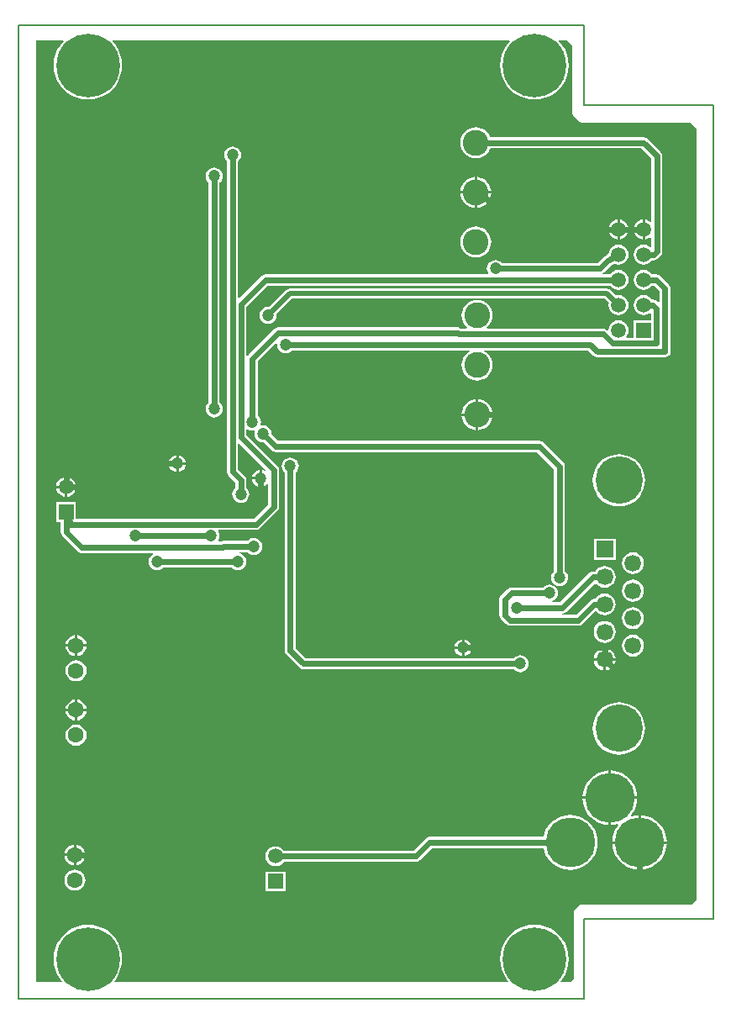
<source format=gbl>
%FSAX24Y24*%
%MOIN*%
G70*
G01*
G75*
G04 Layer_Physical_Order=2*
G04 Layer_Color=16711680*
%ADD10R,0.0787X0.0512*%
%ADD11R,0.0787X0.0787*%
%ADD12R,0.0433X0.0394*%
%ADD13R,0.0630X0.0118*%
%ADD14O,0.0217X0.0630*%
%ADD15O,0.0630X0.0217*%
%ADD16R,0.1358X0.0689*%
%ADD17R,0.0433X0.0689*%
%ADD18R,0.0433X0.0689*%
%ADD19R,0.0394X0.0433*%
%ADD20R,0.0630X0.0315*%
%ADD21R,0.1181X0.0827*%
%ADD22R,0.0709X0.0630*%
%ADD23C,0.0236*%
%ADD24C,0.0217*%
%ADD25C,0.0118*%
%ADD26C,0.0080*%
%ADD27C,0.0591*%
%ADD28R,0.0591X0.0591*%
%ADD29C,0.0665*%
%ADD30R,0.0665X0.0665*%
%ADD31C,0.1874*%
%ADD32C,0.1969*%
%ADD33C,0.0630*%
%ADD34C,0.2520*%
%ADD35C,0.1024*%
%ADD36C,0.0472*%
%ADD37C,0.0197*%
G36*
X072182Y097776D02*
Y095079D01*
X072182Y095079D01*
X072182D01*
X072193Y095025D01*
X072224Y094979D01*
X072420Y094783D01*
X072466Y094752D01*
X072520Y094741D01*
X076871D01*
X077104Y094509D01*
Y063916D01*
X076910Y063723D01*
X072520D01*
X072466Y063712D01*
X072420Y063682D01*
X072263Y063525D01*
X072232Y063479D01*
X072222Y063425D01*
Y060767D01*
X072107Y060652D01*
X071727D01*
X071706Y060698D01*
X071772Y060774D01*
X071883Y060956D01*
X071965Y061154D01*
X072015Y061362D01*
X072032Y061575D01*
X072015Y061788D01*
X071965Y061996D01*
X071883Y062193D01*
X071772Y062376D01*
X071633Y062538D01*
X071470Y062677D01*
X071288Y062789D01*
X071090Y062871D01*
X070882Y062920D01*
X070669Y062937D01*
X070456Y062920D01*
X070248Y062871D01*
X070051Y062789D01*
X069868Y062677D01*
X069706Y062538D01*
X069567Y062376D01*
X069455Y062193D01*
X069374Y061996D01*
X069324Y061788D01*
X069307Y061575D01*
X069324Y061362D01*
X069374Y061154D01*
X069455Y060956D01*
X069567Y060774D01*
X069632Y060698D01*
X069611Y060652D01*
X054011D01*
X053990Y060698D01*
X054055Y060774D01*
X054167Y060956D01*
X054249Y061154D01*
X054298Y061362D01*
X054315Y061575D01*
X054298Y061788D01*
X054249Y061996D01*
X054167Y062193D01*
X054055Y062376D01*
X053916Y062538D01*
X053754Y062677D01*
X053571Y062789D01*
X053374Y062871D01*
X053166Y062920D01*
X052953Y062937D01*
X052740Y062920D01*
X052532Y062871D01*
X052334Y062789D01*
X052152Y062677D01*
X051989Y062538D01*
X051851Y062376D01*
X051739Y062193D01*
X051657Y061996D01*
X051607Y061788D01*
X051590Y061575D01*
X051607Y061362D01*
X051657Y061154D01*
X051739Y060956D01*
X051851Y060774D01*
X051916Y060698D01*
X051895Y060652D01*
X050889D01*
Y098009D01*
X051962D01*
X051983Y097964D01*
X051851Y097809D01*
X051739Y097626D01*
X051657Y097429D01*
X051607Y097221D01*
X051590Y097008D01*
X051607Y096795D01*
X051657Y096587D01*
X051739Y096389D01*
X051851Y096207D01*
X051989Y096044D01*
X052152Y095906D01*
X052334Y095794D01*
X052532Y095712D01*
X052740Y095662D01*
X052953Y095645D01*
X053166Y095662D01*
X053374Y095712D01*
X053571Y095794D01*
X053754Y095906D01*
X053916Y096044D01*
X054055Y096207D01*
X054167Y096389D01*
X054249Y096587D01*
X054298Y096795D01*
X054315Y097008D01*
X054298Y097221D01*
X054249Y097429D01*
X054167Y097626D01*
X054055Y097809D01*
X053916Y097971D01*
X053930Y098009D01*
X069678D01*
X069699Y097964D01*
X069567Y097809D01*
X069455Y097626D01*
X069374Y097429D01*
X069324Y097221D01*
X069307Y097008D01*
X069324Y096795D01*
X069374Y096587D01*
X069455Y096389D01*
X069567Y096207D01*
X069706Y096044D01*
X069868Y095906D01*
X070051Y095794D01*
X070248Y095712D01*
X070456Y095662D01*
X070669Y095645D01*
X070882Y095662D01*
X071090Y095712D01*
X071288Y095794D01*
X071470Y095906D01*
X071633Y096044D01*
X071772Y096207D01*
X071883Y096389D01*
X071965Y096587D01*
X072015Y096795D01*
X072032Y097008D01*
X072015Y097221D01*
X071965Y097429D01*
X071883Y097626D01*
X071772Y097809D01*
X071633Y097971D01*
X071647Y098009D01*
X071950D01*
X072182Y097776D01*
D02*
G37*
%LPC*%
G36*
X073885Y073399D02*
X073507D01*
Y073021D01*
X073569Y073029D01*
X073674Y073072D01*
X073764Y073141D01*
X073833Y073231D01*
X073877Y073336D01*
X073885Y073399D01*
D02*
G37*
G36*
X073407D02*
X073028D01*
X073037Y073336D01*
X073080Y073231D01*
X073149Y073141D01*
X073239Y073072D01*
X073344Y073029D01*
X073407Y073021D01*
Y073399D01*
D02*
G37*
G36*
X073507Y073877D02*
Y073499D01*
X073885D01*
X073877Y073561D01*
X073833Y073666D01*
X073764Y073756D01*
X073674Y073825D01*
X073569Y073869D01*
X073507Y073877D01*
D02*
G37*
G36*
X073407D02*
X073344Y073869D01*
X073239Y073825D01*
X073149Y073756D01*
X073080Y073666D01*
X073037Y073561D01*
X073028Y073499D01*
X073407D01*
Y073877D01*
D02*
G37*
G36*
X052530Y071855D02*
Y071495D01*
X052891D01*
X052883Y071553D01*
X052841Y071653D01*
X052775Y071740D01*
X052689Y071806D01*
X052588Y071848D01*
X052530Y071855D01*
D02*
G37*
G36*
X052430D02*
X052372Y071848D01*
X052272Y071806D01*
X052185Y071740D01*
X052119Y071653D01*
X052078Y071553D01*
X052070Y071495D01*
X052430D01*
Y071855D01*
D02*
G37*
G36*
X060980Y081448D02*
X060893Y081436D01*
X060811Y081402D01*
X060741Y081349D01*
X060688Y081279D01*
X060654Y081197D01*
X060642Y081110D01*
X060654Y081023D01*
X060688Y080941D01*
X060741Y080871D01*
X060759Y080858D01*
Y073800D01*
X060776Y073716D01*
X060824Y073644D01*
X060824Y073644D01*
X060824Y073644D01*
X061344Y073124D01*
X061344Y073124D01*
X061344D01*
X061344Y073124D01*
X061344D01*
X061344Y073124D01*
Y073124D01*
Y073124D01*
D01*
D01*
X061344D01*
Y073124D01*
X061416Y073076D01*
X061500Y073059D01*
X069858D01*
X069871Y073041D01*
X069941Y072988D01*
X070023Y072954D01*
X070110Y072942D01*
X070197Y072954D01*
X070279Y072988D01*
X070349Y073041D01*
X070402Y073111D01*
X070436Y073193D01*
X070448Y073280D01*
X070436Y073367D01*
X070402Y073449D01*
X070349Y073519D01*
X070279Y073572D01*
X070197Y073606D01*
X070110Y073618D01*
X070023Y073606D01*
X069941Y073572D01*
X069871Y073519D01*
X069858Y073501D01*
X061591D01*
X061201Y073891D01*
Y080858D01*
X061219Y080871D01*
X061272Y080941D01*
X061306Y081023D01*
X061318Y081110D01*
X061306Y081197D01*
X061272Y081279D01*
X061219Y081349D01*
X061149Y081402D01*
X061067Y081436D01*
X060980Y081448D01*
D02*
G37*
G36*
X052480Y073421D02*
X052372Y073407D01*
X052272Y073365D01*
X052185Y073299D01*
X052119Y073212D01*
X052078Y073112D01*
X052063Y073004D01*
X052078Y072896D01*
X052119Y072795D01*
X052185Y072709D01*
X052272Y072643D01*
X052372Y072601D01*
X052480Y072587D01*
X052588Y072601D01*
X052689Y072643D01*
X052775Y072709D01*
X052841Y072795D01*
X052883Y072896D01*
X052897Y073004D01*
X052883Y073112D01*
X052841Y073212D01*
X052775Y073299D01*
X052689Y073365D01*
X052588Y073407D01*
X052480Y073421D01*
D02*
G37*
G36*
X074575Y074429D02*
X074462Y074414D01*
X074357Y074371D01*
X074267Y074302D01*
X074198Y074212D01*
X074155Y074107D01*
X074140Y073994D01*
X074155Y073882D01*
X074198Y073777D01*
X074267Y073687D01*
X074357Y073618D01*
X074462Y073574D01*
X074575Y073559D01*
X074687Y073574D01*
X074792Y073618D01*
X074882Y073687D01*
X074951Y073777D01*
X074995Y073882D01*
X075010Y073994D01*
X074995Y074107D01*
X074951Y074212D01*
X074882Y074302D01*
X074792Y074371D01*
X074687Y074414D01*
X074575Y074429D01*
D02*
G37*
G36*
X067890Y074241D02*
Y073960D01*
X068171D01*
X068166Y073997D01*
X068132Y074079D01*
X068079Y074149D01*
X068009Y074202D01*
X067927Y074236D01*
X067890Y074241D01*
D02*
G37*
G36*
X067790D02*
X067753Y074236D01*
X067671Y074202D01*
X067601Y074149D01*
X067548Y074079D01*
X067514Y073997D01*
X067509Y073960D01*
X067790D01*
Y074241D01*
D02*
G37*
G36*
X052530Y074414D02*
Y074054D01*
X052891D01*
X052883Y074112D01*
X052841Y074212D01*
X052775Y074299D01*
X052689Y074365D01*
X052588Y074407D01*
X052530Y074414D01*
D02*
G37*
G36*
X052430D02*
X052372Y074407D01*
X052272Y074365D01*
X052185Y074299D01*
X052119Y074212D01*
X052078Y074112D01*
X052070Y074054D01*
X052430D01*
Y074414D01*
D02*
G37*
G36*
X068171Y073860D02*
X067890D01*
Y073579D01*
X067927Y073584D01*
X068009Y073618D01*
X068079Y073671D01*
X068132Y073741D01*
X068166Y073823D01*
X068171Y073860D01*
D02*
G37*
G36*
X067790D02*
X067509D01*
X067514Y073823D01*
X067548Y073741D01*
X067601Y073671D01*
X067671Y073618D01*
X067753Y073584D01*
X067790Y073579D01*
Y073860D01*
D02*
G37*
G36*
X052891Y073954D02*
X052530D01*
Y073594D01*
X052588Y073601D01*
X052689Y073643D01*
X052775Y073709D01*
X052841Y073795D01*
X052883Y073896D01*
X052891Y073954D01*
D02*
G37*
G36*
X052430D02*
X052070D01*
X052078Y073896D01*
X052119Y073795D01*
X052185Y073709D01*
X052272Y073643D01*
X052372Y073601D01*
X052430Y073594D01*
Y073954D01*
D02*
G37*
G36*
X052891Y071395D02*
X052530D01*
Y071035D01*
X052588Y071042D01*
X052689Y071084D01*
X052775Y071150D01*
X052841Y071236D01*
X052883Y071337D01*
X052891Y071395D01*
D02*
G37*
G36*
X052851Y065647D02*
X052491D01*
Y065286D01*
X052549Y065294D01*
X052649Y065336D01*
X052736Y065402D01*
X052802Y065488D01*
X052844Y065589D01*
X052851Y065647D01*
D02*
G37*
G36*
X052391D02*
X052031D01*
X052038Y065589D01*
X052080Y065488D01*
X052146Y065402D01*
X052232Y065336D01*
X052333Y065294D01*
X052391Y065286D01*
Y065647D01*
D02*
G37*
G36*
X052491Y066107D02*
Y065747D01*
X052851D01*
X052844Y065805D01*
X052802Y065905D01*
X052736Y065992D01*
X052649Y066058D01*
X052549Y066100D01*
X052491Y066107D01*
D02*
G37*
G36*
X052391D02*
X052333Y066100D01*
X052232Y066058D01*
X052146Y065992D01*
X052080Y065905D01*
X052038Y065805D01*
X052031Y065747D01*
X052391D01*
Y066107D01*
D02*
G37*
G36*
X052441Y065114D02*
X052333Y065100D01*
X052232Y065058D01*
X052146Y064992D01*
X052080Y064905D01*
X052038Y064805D01*
X052024Y064697D01*
X052038Y064589D01*
X052080Y064488D01*
X052146Y064402D01*
X052232Y064336D01*
X052333Y064294D01*
X052441Y064280D01*
X052549Y064294D01*
X052649Y064336D01*
X052736Y064402D01*
X052802Y064488D01*
X052844Y064589D01*
X052858Y064697D01*
X052844Y064805D01*
X052802Y064905D01*
X052736Y064992D01*
X052649Y065058D01*
X052549Y065100D01*
X052441Y065114D01*
D02*
G37*
G36*
X060787Y065039D02*
X060000D01*
Y064252D01*
X060787D01*
Y065039D01*
D02*
G37*
G36*
X075921Y066143D02*
X074889D01*
Y065111D01*
X075008Y065120D01*
X075174Y065160D01*
X075332Y065225D01*
X075477Y065314D01*
X075607Y065425D01*
X075717Y065555D01*
X075806Y065700D01*
X075871Y065857D01*
X075911Y066023D01*
X075921Y066143D01*
D02*
G37*
G36*
X074789D02*
X073757D01*
X073766Y066023D01*
X073806Y065857D01*
X073871Y065700D01*
X073960Y065555D01*
X074071Y065425D01*
X074200Y065314D01*
X074346Y065225D01*
X074503Y065160D01*
X074669Y065120D01*
X074789Y065111D01*
Y066143D01*
D02*
G37*
G36*
X072083Y067279D02*
X071913Y067266D01*
X071747Y067226D01*
X071590Y067161D01*
X071444Y067072D01*
X071315Y066961D01*
X071204Y066831D01*
X071115Y066686D01*
X071050Y066529D01*
X071022Y066414D01*
X066507D01*
X066423Y066397D01*
X066351Y066349D01*
X065869Y065866D01*
X060721D01*
X060674Y065926D01*
X060592Y065990D01*
X060496Y066029D01*
X060394Y066043D01*
X060291Y066029D01*
X060195Y065990D01*
X060113Y065926D01*
X060050Y065844D01*
X060010Y065748D01*
X059997Y065646D01*
X060010Y065543D01*
X060050Y065447D01*
X060113Y065365D01*
X060195Y065302D01*
X060291Y065262D01*
X060394Y065249D01*
X060496Y065262D01*
X060592Y065302D01*
X060674Y065365D01*
X060721Y065425D01*
X065960D01*
X066044Y065442D01*
X066116Y065490D01*
X066116Y065490D01*
X066116Y065490D01*
X066599Y065972D01*
X071022D01*
X071050Y065857D01*
X071115Y065700D01*
X071204Y065555D01*
X071315Y065425D01*
X071444Y065314D01*
X071590Y065225D01*
X071747Y065160D01*
X071913Y065120D01*
X072083Y065107D01*
X072253Y065120D01*
X072418Y065160D01*
X072576Y065225D01*
X072721Y065314D01*
X072851Y065425D01*
X072961Y065555D01*
X073050Y065700D01*
X073116Y065857D01*
X073155Y066023D01*
X073169Y066193D01*
X073155Y066363D01*
X073116Y066529D01*
X073050Y066686D01*
X072961Y066831D01*
X072851Y066961D01*
X072721Y067072D01*
X072576Y067161D01*
X072418Y067226D01*
X072253Y067266D01*
X072083Y067279D01*
D02*
G37*
G36*
X074016Y071749D02*
X073853Y071736D01*
X073695Y071698D01*
X073544Y071636D01*
X073405Y071551D01*
X073281Y071445D01*
X073175Y071321D01*
X073090Y071182D01*
X073028Y071032D01*
X072990Y070873D01*
X072977Y070711D01*
X072990Y070548D01*
X073028Y070390D01*
X073090Y070239D01*
X073175Y070100D01*
X073281Y069976D01*
X073405Y069870D01*
X073544Y069785D01*
X073695Y069723D01*
X073853Y069685D01*
X074016Y069672D01*
X074178Y069685D01*
X074337Y069723D01*
X074487Y069785D01*
X074626Y069870D01*
X074750Y069976D01*
X074856Y070100D01*
X074941Y070239D01*
X075004Y070390D01*
X075042Y070548D01*
X075054Y070711D01*
X075042Y070873D01*
X075004Y071032D01*
X074941Y071182D01*
X074856Y071321D01*
X074750Y071445D01*
X074626Y071551D01*
X074487Y071636D01*
X074337Y071698D01*
X074178Y071736D01*
X074016Y071749D01*
D02*
G37*
G36*
X073707Y069047D02*
Y068015D01*
X074740D01*
X074730Y068134D01*
X074690Y068300D01*
X074625Y068458D01*
X074536Y068603D01*
X074425Y068733D01*
X074296Y068843D01*
X074151Y068932D01*
X073993Y068997D01*
X073827Y069037D01*
X073707Y069047D01*
D02*
G37*
G36*
X052430Y071395D02*
X052070D01*
X052078Y071337D01*
X052119Y071236D01*
X052185Y071150D01*
X052272Y071084D01*
X052372Y071042D01*
X052430Y071035D01*
Y071395D01*
D02*
G37*
G36*
X052480Y070862D02*
X052372Y070848D01*
X052272Y070806D01*
X052185Y070740D01*
X052119Y070653D01*
X052078Y070553D01*
X052063Y070445D01*
X052078Y070337D01*
X052119Y070236D01*
X052185Y070150D01*
X052272Y070084D01*
X052372Y070042D01*
X052480Y070028D01*
X052588Y070042D01*
X052689Y070084D01*
X052775Y070150D01*
X052841Y070236D01*
X052883Y070337D01*
X052897Y070445D01*
X052883Y070553D01*
X052841Y070653D01*
X052775Y070740D01*
X052689Y070806D01*
X052588Y070848D01*
X052480Y070862D01*
D02*
G37*
G36*
X074889Y067275D02*
Y066243D01*
X075921D01*
X075911Y066363D01*
X075871Y066529D01*
X075806Y066686D01*
X075717Y066831D01*
X075607Y066961D01*
X075477Y067072D01*
X075332Y067161D01*
X075174Y067226D01*
X075008Y067266D01*
X074889Y067275D01*
D02*
G37*
G36*
X074740Y067915D02*
X073707D01*
Y066882D01*
X073827Y066892D01*
X073981Y066929D01*
X074007Y066886D01*
X073960Y066831D01*
X073871Y066686D01*
X073806Y066529D01*
X073766Y066363D01*
X073757Y066243D01*
X074789D01*
Y067275D01*
X074669Y067266D01*
X074515Y067229D01*
X074489Y067271D01*
X074536Y067326D01*
X074625Y067472D01*
X074690Y067629D01*
X074730Y067795D01*
X074740Y067915D01*
D02*
G37*
G36*
X073608Y069047D02*
X073488Y069037D01*
X073322Y068997D01*
X073164Y068932D01*
X073019Y068843D01*
X072890Y068733D01*
X072779Y068603D01*
X072690Y068458D01*
X072625Y068300D01*
X072585Y068134D01*
X072575Y068015D01*
X073608D01*
Y069047D01*
D02*
G37*
G36*
Y067915D02*
X072575D01*
X072585Y067795D01*
X072625Y067629D01*
X072690Y067472D01*
X072779Y067326D01*
X072890Y067197D01*
X073019Y067086D01*
X073164Y066997D01*
X073322Y066932D01*
X073488Y066892D01*
X073608Y066882D01*
Y067915D01*
D02*
G37*
G36*
X073457Y074974D02*
X073344Y074959D01*
X073239Y074916D01*
X073149Y074847D01*
X073080Y074757D01*
X073037Y074652D01*
X073022Y074539D01*
X073037Y074427D01*
X073080Y074322D01*
X073149Y074232D01*
X073239Y074163D01*
X073344Y074119D01*
X073457Y074105D01*
X073569Y074119D01*
X073674Y074163D01*
X073764Y074232D01*
X073833Y074322D01*
X073877Y074427D01*
X073892Y074539D01*
X073877Y074652D01*
X073833Y074757D01*
X073764Y074847D01*
X073674Y074916D01*
X073569Y074959D01*
X073457Y074974D01*
D02*
G37*
G36*
X068346Y090613D02*
X068227Y090601D01*
X068112Y090567D01*
X068006Y090510D01*
X067913Y090434D01*
X067837Y090341D01*
X067780Y090235D01*
X067745Y090120D01*
X067733Y090000D01*
X067745Y089880D01*
X067780Y089765D01*
X067837Y089659D01*
X067913Y089566D01*
X068006Y089490D01*
X068112Y089433D01*
X068227Y089399D01*
X068346Y089387D01*
X068466Y089399D01*
X068581Y089433D01*
X068687Y089490D01*
X068780Y089566D01*
X068856Y089659D01*
X068913Y089765D01*
X068948Y089880D01*
X068960Y090000D01*
X068948Y090120D01*
X068913Y090235D01*
X068856Y090341D01*
X068780Y090434D01*
X068687Y090510D01*
X068581Y090567D01*
X068466Y090601D01*
X068346Y090613D01*
D02*
G37*
G36*
X058690Y093788D02*
X058603Y093776D01*
X058521Y093742D01*
X058451Y093689D01*
X058398Y093619D01*
X058364Y093537D01*
X058352Y093450D01*
X058364Y093363D01*
X058398Y093281D01*
X058451Y093211D01*
X058469Y093198D01*
Y080890D01*
X058486Y080806D01*
X058534Y080734D01*
X058799Y080469D01*
Y080252D01*
X058781Y080239D01*
X058728Y080169D01*
X058694Y080087D01*
X058682Y080000D01*
X058694Y079913D01*
X058728Y079831D01*
X058781Y079761D01*
X058851Y079708D01*
X058933Y079674D01*
X059020Y079662D01*
X059107Y079674D01*
X059189Y079708D01*
X059259Y079761D01*
X059312Y079831D01*
X059346Y079913D01*
X059358Y080000D01*
X059346Y080087D01*
X059312Y080169D01*
X059259Y080239D01*
X059241Y080252D01*
Y080560D01*
X059224Y080644D01*
X059176Y080716D01*
X058911Y080981D01*
Y081986D01*
X058957Y082005D01*
X059995Y080968D01*
X059967Y080926D01*
X059895Y080956D01*
X059857Y080961D01*
Y080630D01*
Y080299D01*
X059895Y080304D01*
X059976Y080338D01*
X060046Y080391D01*
X060052Y080399D01*
X060099Y080383D01*
Y079591D01*
X059531Y079024D01*
X052480D01*
Y079685D01*
X051693D01*
Y078898D01*
X051866D01*
Y078500D01*
X051883Y078416D01*
X051931Y078344D01*
X051931Y078344D01*
X051931Y078344D01*
X052535Y077739D01*
X052607Y077691D01*
X052692Y077674D01*
X055519D01*
X055528Y077625D01*
X055521Y077622D01*
X055451Y077569D01*
X055398Y077499D01*
X055364Y077417D01*
X055352Y077330D01*
X055364Y077243D01*
X055398Y077161D01*
X055451Y077091D01*
X055521Y077038D01*
X055603Y077004D01*
X055690Y076992D01*
X055777Y077004D01*
X055859Y077038D01*
X055929Y077091D01*
X055942Y077109D01*
X058645D01*
X058659Y077091D01*
X058729Y077038D01*
X058810Y077004D01*
X058898Y076992D01*
X058985Y077004D01*
X059066Y077038D01*
X059136Y077091D01*
X059190Y077161D01*
X059224Y077243D01*
X059235Y077330D01*
X059224Y077417D01*
X059190Y077499D01*
X059136Y077569D01*
X059066Y077622D01*
X058985Y077656D01*
X058960Y077659D01*
X058963Y077709D01*
X059275D01*
X059289Y077691D01*
X059359Y077638D01*
X059440Y077604D01*
X059528Y077592D01*
X059615Y077604D01*
X059696Y077638D01*
X059766Y077691D01*
X059820Y077761D01*
X059854Y077843D01*
X059865Y077930D01*
X059854Y078017D01*
X059820Y078099D01*
X059766Y078169D01*
X059696Y078222D01*
X059615Y078256D01*
X059528Y078268D01*
X059440Y078256D01*
X059359Y078222D01*
X059289Y078169D01*
X059275Y078151D01*
X058328D01*
X058243Y078134D01*
X058216Y078116D01*
X058139D01*
X058117Y078161D01*
X058132Y078181D01*
X058166Y078263D01*
X058178Y078350D01*
X058166Y078437D01*
X058132Y078519D01*
X058118Y078537D01*
X058140Y078582D01*
X059623D01*
X059707Y078599D01*
X059779Y078647D01*
X059779Y078647D01*
X059779Y078647D01*
X060476Y079344D01*
X060476Y079344D01*
X060476Y079344D01*
X060524Y079416D01*
X060541Y079500D01*
Y080955D01*
X060524Y081039D01*
X060476Y081111D01*
X059248Y082339D01*
Y082560D01*
X059293Y082582D01*
X059311Y082568D01*
X059393Y082534D01*
X059480Y082522D01*
X059550Y082532D01*
X059580Y082492D01*
X059574Y082477D01*
X059562Y082390D01*
X059574Y082303D01*
X059608Y082221D01*
X059661Y082151D01*
X059731Y082098D01*
X059813Y082064D01*
X059900Y082052D01*
X059922Y082055D01*
X060244Y081734D01*
X060316Y081686D01*
X060400Y081669D01*
X070775D01*
X071439Y081004D01*
Y076952D01*
X071421Y076939D01*
X071368Y076869D01*
X071334Y076787D01*
X071322Y076700D01*
X071334Y076613D01*
X071368Y076531D01*
X071421Y076461D01*
X071491Y076408D01*
X071573Y076374D01*
X071660Y076362D01*
X071747Y076374D01*
X071829Y076408D01*
X071899Y076461D01*
X071952Y076531D01*
X071986Y076613D01*
X071998Y076700D01*
X071986Y076787D01*
X071952Y076869D01*
X071899Y076939D01*
X071881Y076952D01*
Y081096D01*
X071864Y081180D01*
X071816Y081252D01*
X071022Y082046D01*
X070951Y082094D01*
X070866Y082111D01*
X060492D01*
X060235Y082368D01*
X060238Y082390D01*
X060226Y082477D01*
X060192Y082559D01*
X060139Y082629D01*
X060069Y082682D01*
X059987Y082716D01*
X059900Y082728D01*
X059830Y082718D01*
X059800Y082758D01*
X059806Y082773D01*
X059818Y082860D01*
X059806Y082947D01*
X059772Y083029D01*
X059719Y083099D01*
X059701Y083112D01*
Y085279D01*
X060410Y085987D01*
X060455Y085965D01*
X060450Y085930D01*
X060461Y085843D01*
X060495Y085761D01*
X060549Y085691D01*
X060619Y085638D01*
X060700Y085604D01*
X060787Y085592D01*
X060875Y085604D01*
X060956Y085638D01*
X061026Y085691D01*
X061040Y085709D01*
X068094D01*
X068106Y085661D01*
X068045Y085628D01*
X067952Y085552D01*
X067876Y085459D01*
X067819Y085353D01*
X067784Y085238D01*
X067773Y085118D01*
X067784Y084998D01*
X067819Y084883D01*
X067876Y084777D01*
X067952Y084685D01*
X068045Y084608D01*
X068151Y084552D01*
X068266Y084517D01*
X068386Y084505D01*
X068505Y084517D01*
X068621Y084552D01*
X068727Y084608D01*
X068819Y084685D01*
X068896Y084777D01*
X068952Y084883D01*
X068987Y084998D01*
X068999Y085118D01*
X068987Y085238D01*
X068952Y085353D01*
X068896Y085459D01*
X068819Y085552D01*
X068727Y085628D01*
X068621Y085685D01*
X068624Y085709D01*
X072782D01*
X072997Y085493D01*
X072997Y085493D01*
X072997D01*
X072997Y085493D01*
X072997D01*
X072997Y085493D01*
Y085493D01*
Y085493D01*
D01*
D01*
X072997D01*
Y085493D01*
X073069Y085446D01*
X073154Y085429D01*
X075847D01*
X075931Y085446D01*
X076003Y085493D01*
X076050Y085565D01*
X076067Y085650D01*
X076067Y085650D01*
X076067Y085650D01*
Y085650D01*
Y088150D01*
X076050Y088234D01*
X076003Y088306D01*
X075656Y088652D01*
X075584Y088700D01*
X075500Y088717D01*
X075327D01*
X075281Y088777D01*
X075199Y088840D01*
X075103Y088880D01*
X075000Y088893D01*
X074897Y088880D01*
X074801Y088840D01*
X074719Y088777D01*
X074656Y088695D01*
X074616Y088599D01*
X074603Y088496D01*
X074616Y088393D01*
X074656Y088298D01*
X074719Y088215D01*
X074801Y088152D01*
X074897Y088112D01*
X075000Y088099D01*
X075103Y088112D01*
X075199Y088152D01*
X075281Y088215D01*
X075327Y088275D01*
X075409D01*
X075626Y088058D01*
Y087623D01*
X075580Y087604D01*
X075531Y087652D01*
X075459Y087700D01*
X075375Y087717D01*
X075327D01*
X075281Y087777D01*
X075199Y087840D01*
X075103Y087880D01*
X075000Y087893D01*
X074897Y087880D01*
X074801Y087840D01*
X074719Y087777D01*
X074656Y087695D01*
X074616Y087599D01*
X074603Y087496D01*
X074616Y087393D01*
X074656Y087298D01*
X074719Y087215D01*
X074801Y087152D01*
X074897Y087112D01*
X075000Y087099D01*
X075103Y087112D01*
X075199Y087152D01*
X075246Y087189D01*
X075291Y087167D01*
Y086890D01*
X074606D01*
Y086205D01*
X074329D01*
X074307Y086250D01*
X074344Y086298D01*
X074384Y086393D01*
X074397Y086496D01*
X074384Y086599D01*
X074344Y086695D01*
X074281Y086777D01*
X074199Y086840D01*
X074103Y086880D01*
X074000Y086893D01*
X073897Y086880D01*
X073801Y086840D01*
X073719Y086777D01*
X073656Y086695D01*
X073616Y086599D01*
X073604Y086506D01*
X073557Y086490D01*
X073540Y086506D01*
X073469Y086554D01*
X073384Y086571D01*
X068793D01*
X068777Y086618D01*
X068819Y086653D01*
X068896Y086746D01*
X068952Y086852D01*
X068987Y086967D01*
X068999Y087087D01*
X068987Y087206D01*
X068952Y087321D01*
X068896Y087427D01*
X068819Y087520D01*
X068727Y087596D01*
X068621Y087653D01*
X068505Y087688D01*
X068386Y087700D01*
X068266Y087688D01*
X068151Y087653D01*
X068045Y087596D01*
X067952Y087520D01*
X067876Y087427D01*
X067819Y087321D01*
X067784Y087206D01*
X067773Y087087D01*
X067784Y086967D01*
X067819Y086852D01*
X067876Y086746D01*
X067952Y086653D01*
X067995Y086618D01*
X067978Y086571D01*
X067739D01*
X067704Y086594D01*
X067620Y086611D01*
X060500D01*
X060416Y086594D01*
X060344Y086546D01*
X059324Y085526D01*
X059296Y085484D01*
X059248Y085499D01*
Y087432D01*
X060091Y088275D01*
X073673D01*
X073719Y088215D01*
X073801Y088152D01*
X073897Y088112D01*
X074000Y088099D01*
X074103Y088112D01*
X074199Y088152D01*
X074281Y088215D01*
X074344Y088298D01*
X074384Y088393D01*
X074397Y088496D01*
X074384Y088599D01*
X074344Y088695D01*
X074281Y088777D01*
X074199Y088840D01*
X074103Y088880D01*
X074000Y088893D01*
X073897Y088880D01*
X073801Y088840D01*
X073719Y088777D01*
X073673Y088717D01*
X073397D01*
X073382Y088765D01*
X073426Y088794D01*
X073426Y088794D01*
X073426Y088794D01*
X073705Y089073D01*
X073826Y089142D01*
X073897Y089112D01*
X074000Y089099D01*
X074103Y089112D01*
X074199Y089152D01*
X074281Y089215D01*
X074344Y089298D01*
X074384Y089393D01*
X074397Y089496D01*
X074384Y089599D01*
X074344Y089695D01*
X074281Y089777D01*
X074199Y089840D01*
X074103Y089880D01*
X074000Y089893D01*
X073897Y089880D01*
X073801Y089840D01*
X073719Y089777D01*
X073656Y089695D01*
X073616Y089599D01*
X073607Y089525D01*
X073460Y089442D01*
X073438Y089422D01*
X073414Y089406D01*
X073179Y089171D01*
X069372D01*
X069359Y089189D01*
X069289Y089242D01*
X069207Y089276D01*
X069120Y089288D01*
X069033Y089276D01*
X068951Y089242D01*
X068881Y089189D01*
X068828Y089119D01*
X068794Y089037D01*
X068782Y088950D01*
X068794Y088863D01*
X068828Y088781D01*
X068843Y088762D01*
X068821Y088717D01*
X060000D01*
X059916Y088700D01*
X059844Y088652D01*
X058957Y087765D01*
X058911Y087784D01*
Y093198D01*
X058929Y093211D01*
X058982Y093281D01*
X059016Y093363D01*
X059028Y093450D01*
X059016Y093537D01*
X058982Y093619D01*
X058929Y093689D01*
X058859Y093742D01*
X058777Y093776D01*
X058690Y093788D01*
D02*
G37*
G36*
X074391Y090446D02*
X074050D01*
Y090106D01*
X074103Y090112D01*
X074199Y090152D01*
X074281Y090215D01*
X074344Y090298D01*
X074384Y090393D01*
X074391Y090446D01*
D02*
G37*
G36*
X073950D02*
X073610D01*
X073616Y090393D01*
X073656Y090298D01*
X073719Y090215D01*
X073801Y090152D01*
X073897Y090112D01*
X073950Y090106D01*
Y090446D01*
D02*
G37*
G36*
X068336Y083758D02*
X068266Y083751D01*
X068151Y083716D01*
X068045Y083659D01*
X067952Y083583D01*
X067876Y083490D01*
X067819Y083384D01*
X067784Y083269D01*
X067778Y083200D01*
X068336D01*
Y083758D01*
D02*
G37*
G36*
X057960Y092948D02*
X057873Y092936D01*
X057791Y092903D01*
X057721Y092849D01*
X057668Y092779D01*
X057634Y092698D01*
X057622Y092610D01*
X057634Y092523D01*
X057668Y092441D01*
X057721Y092372D01*
X057739Y092358D01*
Y083632D01*
X057721Y083619D01*
X057668Y083549D01*
X057634Y083467D01*
X057622Y083380D01*
X057634Y083293D01*
X057668Y083211D01*
X057721Y083141D01*
X057791Y083088D01*
X057873Y083054D01*
X057960Y083042D01*
X058047Y083054D01*
X058129Y083088D01*
X058199Y083141D01*
X058252Y083211D01*
X058286Y083293D01*
X058298Y083380D01*
X058286Y083467D01*
X058252Y083549D01*
X058199Y083619D01*
X058181Y083632D01*
Y092358D01*
X058199Y092372D01*
X058252Y092441D01*
X058286Y092523D01*
X058298Y092610D01*
X058286Y092698D01*
X058252Y092779D01*
X058199Y092849D01*
X058129Y092903D01*
X058047Y092936D01*
X057960Y092948D01*
D02*
G37*
G36*
X073543Y088153D02*
X060963D01*
X060899Y088141D01*
X060886Y088138D01*
X060821Y088095D01*
X060144Y087418D01*
X060097Y087424D01*
X060009Y087413D01*
X059928Y087379D01*
X059858Y087325D01*
X059804Y087255D01*
X059771Y087174D01*
X059759Y087087D01*
X059771Y086999D01*
X059804Y086918D01*
X059858Y086848D01*
X059928Y086794D01*
X060009Y086761D01*
X060097Y086749D01*
X060184Y086761D01*
X060265Y086794D01*
X060335Y086848D01*
X060389Y086918D01*
X060423Y086999D01*
X060434Y087087D01*
X060428Y087134D01*
X061046Y087752D01*
X073460D01*
X073616Y087596D01*
X073603Y087496D01*
X073616Y087393D01*
X073656Y087298D01*
X073719Y087215D01*
X073801Y087152D01*
X073897Y087112D01*
X074000Y087099D01*
X074103Y087112D01*
X074199Y087152D01*
X074281Y087215D01*
X074344Y087298D01*
X074384Y087393D01*
X074397Y087496D01*
X074384Y087599D01*
X074344Y087695D01*
X074281Y087777D01*
X074199Y087840D01*
X074103Y087880D01*
X074000Y087893D01*
X073900Y087880D01*
X073685Y088095D01*
X073620Y088138D01*
X073543Y088153D01*
D02*
G37*
G36*
X068436Y083758D02*
Y083200D01*
X068994D01*
X068987Y083269D01*
X068952Y083384D01*
X068896Y083490D01*
X068819Y083583D01*
X068727Y083659D01*
X068621Y083716D01*
X068505Y083751D01*
X068436Y083758D01*
D02*
G37*
G36*
X074950Y090446D02*
X074610D01*
X074616Y090393D01*
X074656Y090298D01*
X074719Y090215D01*
X074801Y090152D01*
X074897Y090112D01*
X074950Y090106D01*
Y090446D01*
D02*
G37*
G36*
X068955Y091918D02*
X068396D01*
Y091360D01*
X068466Y091367D01*
X068581Y091402D01*
X068687Y091459D01*
X068780Y091535D01*
X068856Y091628D01*
X068913Y091734D01*
X068948Y091849D01*
X068955Y091918D01*
D02*
G37*
G36*
X068296D02*
X067738D01*
X067745Y091849D01*
X067780Y091734D01*
X067837Y091628D01*
X067913Y091535D01*
X068006Y091459D01*
X068112Y091402D01*
X068227Y091367D01*
X068296Y091360D01*
Y091918D01*
D02*
G37*
G36*
X068396Y092577D02*
Y092018D01*
X068955D01*
X068948Y092088D01*
X068913Y092203D01*
X068856Y092309D01*
X068780Y092402D01*
X068687Y092478D01*
X068581Y092535D01*
X068466Y092570D01*
X068396Y092577D01*
D02*
G37*
G36*
X068296D02*
X068227Y092570D01*
X068112Y092535D01*
X068006Y092478D01*
X067913Y092402D01*
X067837Y092309D01*
X067780Y092203D01*
X067745Y092088D01*
X067738Y092018D01*
X068296D01*
Y092577D01*
D02*
G37*
G36*
X074050Y090887D02*
Y090546D01*
X074391D01*
X074384Y090599D01*
X074344Y090695D01*
X074281Y090777D01*
X074199Y090840D01*
X074103Y090880D01*
X074050Y090887D01*
D02*
G37*
G36*
X073950D02*
X073897Y090880D01*
X073801Y090840D01*
X073719Y090777D01*
X073656Y090695D01*
X073616Y090599D01*
X073610Y090546D01*
X073950D01*
Y090887D01*
D02*
G37*
G36*
X068346Y094550D02*
X068227Y094538D01*
X068112Y094504D01*
X068006Y094447D01*
X067913Y094371D01*
X067837Y094278D01*
X067780Y094172D01*
X067745Y094057D01*
X067733Y093937D01*
X067745Y093817D01*
X067780Y093702D01*
X067837Y093596D01*
X067913Y093503D01*
X068006Y093427D01*
X068112Y093370D01*
X068227Y093336D01*
X068346Y093324D01*
X068466Y093336D01*
X068581Y093370D01*
X068687Y093427D01*
X068780Y093503D01*
X068856Y093596D01*
X068913Y093702D01*
X068917Y093716D01*
X074909D01*
X075299Y093326D01*
Y090819D01*
X075254Y090797D01*
X075199Y090840D01*
X075103Y090880D01*
X075050Y090887D01*
Y090496D01*
Y090106D01*
X075103Y090112D01*
X075199Y090152D01*
X075254Y090195D01*
X075299Y090173D01*
Y089819D01*
X075254Y089797D01*
X075199Y089840D01*
X075103Y089880D01*
X075000Y089893D01*
X074897Y089880D01*
X074801Y089840D01*
X074719Y089777D01*
X074656Y089695D01*
X074616Y089599D01*
X074603Y089496D01*
X074616Y089393D01*
X074656Y089298D01*
X074719Y089215D01*
X074801Y089152D01*
X074897Y089112D01*
X075000Y089099D01*
X075103Y089112D01*
X075199Y089152D01*
X075281Y089215D01*
X075327Y089275D01*
X075391D01*
X075476Y089292D01*
X075547Y089340D01*
X075676Y089469D01*
X075724Y089541D01*
X075741Y089625D01*
Y093417D01*
X075724Y093501D01*
X075676Y093573D01*
X075156Y094093D01*
X075084Y094141D01*
X075000Y094158D01*
X068917D01*
X068913Y094172D01*
X068856Y094278D01*
X068780Y094371D01*
X068687Y094447D01*
X068581Y094504D01*
X068466Y094538D01*
X068346Y094550D01*
D02*
G37*
G36*
X074950Y090887D02*
X074897Y090880D01*
X074801Y090840D01*
X074719Y090777D01*
X074656Y090695D01*
X074616Y090599D01*
X074610Y090546D01*
X074950D01*
Y090887D01*
D02*
G37*
G36*
X068994Y083100D02*
X068436D01*
Y082541D01*
X068505Y082548D01*
X068621Y082583D01*
X068727Y082640D01*
X068819Y082716D01*
X068896Y082809D01*
X068952Y082915D01*
X068987Y083030D01*
X068994Y083100D01*
D02*
G37*
G36*
X074016Y081588D02*
X073853Y081575D01*
X073695Y081537D01*
X073544Y081475D01*
X073405Y081389D01*
X073281Y081284D01*
X073175Y081160D01*
X073090Y081021D01*
X073028Y080870D01*
X072990Y080712D01*
X072977Y080549D01*
X072990Y080387D01*
X073028Y080228D01*
X073090Y080078D01*
X073175Y079939D01*
X073281Y079815D01*
X073405Y079709D01*
X073544Y079624D01*
X073695Y079561D01*
X073853Y079523D01*
X074016Y079511D01*
X074178Y079523D01*
X074337Y079561D01*
X074487Y079624D01*
X074626Y079709D01*
X074750Y079815D01*
X074856Y079939D01*
X074941Y080078D01*
X075004Y080228D01*
X075042Y080387D01*
X075054Y080549D01*
X075042Y080712D01*
X075004Y080870D01*
X074941Y081021D01*
X074856Y081160D01*
X074750Y081284D01*
X074626Y081389D01*
X074487Y081475D01*
X074337Y081537D01*
X074178Y081575D01*
X074016Y081588D01*
D02*
G37*
G36*
X073888Y078242D02*
X073026D01*
Y077380D01*
X073888D01*
Y078242D01*
D02*
G37*
G36*
X052477Y080241D02*
X052137D01*
Y079901D01*
X052189Y079908D01*
X052285Y079947D01*
X052367Y080011D01*
X052431Y080093D01*
X052470Y080189D01*
X052477Y080241D01*
D02*
G37*
G36*
X052037D02*
X051696D01*
X051703Y080189D01*
X051743Y080093D01*
X051806Y080011D01*
X051888Y079947D01*
X051984Y079908D01*
X052037Y079901D01*
Y080241D01*
D02*
G37*
G36*
X074575Y076610D02*
X074462Y076595D01*
X074357Y076552D01*
X074267Y076483D01*
X074198Y076393D01*
X074155Y076288D01*
X074140Y076175D01*
X074155Y076063D01*
X074198Y075958D01*
X074267Y075868D01*
X074357Y075799D01*
X074462Y075755D01*
X074575Y075740D01*
X074687Y075755D01*
X074792Y075799D01*
X074882Y075868D01*
X074951Y075958D01*
X074995Y076063D01*
X075010Y076175D01*
X074995Y076288D01*
X074951Y076393D01*
X074882Y076483D01*
X074792Y076552D01*
X074687Y076595D01*
X074575Y076610D01*
D02*
G37*
G36*
Y075519D02*
X074462Y075505D01*
X074357Y075461D01*
X074267Y075392D01*
X074198Y075302D01*
X074155Y075197D01*
X074140Y075085D01*
X074155Y074972D01*
X074198Y074867D01*
X074267Y074777D01*
X074357Y074708D01*
X074462Y074665D01*
X074575Y074650D01*
X074687Y074665D01*
X074792Y074708D01*
X074882Y074777D01*
X074951Y074867D01*
X074995Y074972D01*
X075010Y075085D01*
X074995Y075197D01*
X074951Y075302D01*
X074882Y075392D01*
X074792Y075461D01*
X074687Y075505D01*
X074575Y075519D01*
D02*
G37*
G36*
Y077701D02*
X074462Y077686D01*
X074357Y077642D01*
X074267Y077573D01*
X074198Y077483D01*
X074155Y077378D01*
X074140Y077266D01*
X074155Y077153D01*
X074198Y077048D01*
X074267Y076958D01*
X074357Y076889D01*
X074462Y076846D01*
X074575Y076831D01*
X074687Y076846D01*
X074792Y076889D01*
X074882Y076958D01*
X074951Y077048D01*
X074995Y077153D01*
X075010Y077266D01*
X074995Y077378D01*
X074951Y077483D01*
X074882Y077573D01*
X074792Y077642D01*
X074687Y077686D01*
X074575Y077701D01*
D02*
G37*
G36*
X073457Y077155D02*
X073344Y077140D01*
X073239Y077097D01*
X073149Y077028D01*
X073083Y076941D01*
X073000D01*
X072916Y076924D01*
X072844Y076877D01*
X071678Y075711D01*
X071371D01*
X071361Y075760D01*
X071429Y075788D01*
X071499Y075841D01*
X071552Y075911D01*
X071586Y075993D01*
X071598Y076080D01*
X071586Y076167D01*
X071552Y076249D01*
X071499Y076319D01*
X071429Y076372D01*
X071347Y076406D01*
X071260Y076418D01*
X071173Y076406D01*
X071091Y076372D01*
X071021Y076319D01*
X071008Y076301D01*
X069750D01*
X069666Y076284D01*
X069594Y076236D01*
X069344Y075986D01*
X069296Y075914D01*
X069279Y075830D01*
Y075200D01*
X069296Y075116D01*
X069344Y075044D01*
X069344Y075044D01*
X069344Y075044D01*
X069544Y074844D01*
X069616Y074796D01*
X069700Y074779D01*
X072410D01*
X072494Y074796D01*
X072566Y074844D01*
X072566Y074844D01*
X072566Y074844D01*
X073077Y075355D01*
X073127Y075352D01*
X073149Y075322D01*
X073239Y075253D01*
X073344Y075210D01*
X073457Y075195D01*
X073569Y075210D01*
X073674Y075253D01*
X073764Y075322D01*
X073833Y075413D01*
X073877Y075517D01*
X073892Y075630D01*
X073877Y075742D01*
X073833Y075847D01*
X073764Y075937D01*
X073674Y076007D01*
X073569Y076050D01*
X073457Y076065D01*
X073344Y076050D01*
X073239Y076007D01*
X073149Y075937D01*
X073083Y075851D01*
X073040D01*
X072955Y075834D01*
X072884Y075786D01*
X072319Y075221D01*
X071781D01*
X071776Y075271D01*
X071854Y075286D01*
X071926Y075334D01*
X071926Y075334D01*
X071926Y075334D01*
X073060Y076468D01*
X073110Y076465D01*
X073149Y076413D01*
X073239Y076344D01*
X073344Y076300D01*
X073457Y076286D01*
X073569Y076300D01*
X073674Y076344D01*
X073764Y076413D01*
X073833Y076503D01*
X073877Y076608D01*
X073892Y076720D01*
X073877Y076833D01*
X073833Y076938D01*
X073764Y077028D01*
X073674Y077097D01*
X073569Y077140D01*
X073457Y077155D01*
D02*
G37*
G36*
X059757Y080580D02*
X059476D01*
X059481Y080543D01*
X059515Y080461D01*
X059569Y080391D01*
X059639Y080338D01*
X059720Y080304D01*
X059757Y080299D01*
Y080580D01*
D02*
G37*
G36*
X056450Y081541D02*
X056413Y081536D01*
X056331Y081502D01*
X056261Y081449D01*
X056208Y081379D01*
X056174Y081297D01*
X056169Y081260D01*
X056450D01*
Y081541D01*
D02*
G37*
G36*
X056831Y081160D02*
X056550D01*
Y080879D01*
X056587Y080884D01*
X056669Y080918D01*
X056739Y080971D01*
X056792Y081041D01*
X056826Y081123D01*
X056831Y081160D01*
D02*
G37*
G36*
X068336Y083100D02*
X067778D01*
X067784Y083030D01*
X067819Y082915D01*
X067876Y082809D01*
X067952Y082716D01*
X068045Y082640D01*
X068151Y082583D01*
X068266Y082548D01*
X068336Y082541D01*
Y083100D01*
D02*
G37*
G36*
X056550Y081541D02*
Y081260D01*
X056831D01*
X056826Y081297D01*
X056792Y081379D01*
X056739Y081449D01*
X056669Y081502D01*
X056587Y081536D01*
X056550Y081541D01*
D02*
G37*
G36*
X052137Y080682D02*
Y080341D01*
X052477D01*
X052470Y080394D01*
X052431Y080490D01*
X052367Y080572D01*
X052285Y080635D01*
X052189Y080675D01*
X052137Y080682D01*
D02*
G37*
G36*
X052037D02*
X051984Y080675D01*
X051888Y080635D01*
X051806Y080572D01*
X051743Y080490D01*
X051703Y080394D01*
X051696Y080341D01*
X052037D01*
Y080682D01*
D02*
G37*
G36*
X056450Y081160D02*
X056169D01*
X056174Y081123D01*
X056208Y081041D01*
X056261Y080971D01*
X056331Y080918D01*
X056413Y080884D01*
X056450Y080879D01*
Y081160D01*
D02*
G37*
G36*
X059757Y080961D02*
X059720Y080956D01*
X059639Y080922D01*
X059569Y080869D01*
X059515Y080799D01*
X059481Y080717D01*
X059476Y080680D01*
X059757D01*
Y080961D01*
D02*
G37*
%LPD*%
D23*
X075000Y089496D02*
X075391D01*
X075520Y089625D01*
Y093417D01*
X075000Y093937D02*
X075520Y093417D01*
X068346Y093937D02*
X075000D01*
X073040Y075630D02*
X073457D01*
X072410Y075000D02*
X073040Y075630D01*
X069700Y075000D02*
X072410D01*
X069500Y075200D02*
X069700Y075000D01*
X069500Y075200D02*
Y075830D01*
X069750Y076080D01*
X071260D01*
X060980Y073800D02*
Y081110D01*
Y073800D02*
X061500Y073280D01*
X070110D01*
X069960Y075490D02*
X071770D01*
X073000Y076720D01*
X073457D01*
X054843Y078350D02*
X057840D01*
X055690Y077330D02*
X058898D01*
X073570Y089250D02*
X074000Y089496D01*
X073270Y088950D02*
X073570Y089250D01*
X069120Y088950D02*
X073270D01*
X059480Y082860D02*
Y085370D01*
X060500Y086390D01*
X067620D01*
X067660Y086350D01*
X073384D01*
X073750Y085984D01*
X075512D01*
Y087359D01*
X075375Y087496D02*
X075512Y087359D01*
X075000Y087496D02*
X075375D01*
X067840Y073910D02*
X073457D01*
Y073449D02*
Y073910D01*
X052441Y065697D02*
X058003D01*
X059650Y064050D01*
X074000D01*
X074839Y064889D01*
Y066193D01*
X052087Y080291D02*
X055113D01*
X056151Y079253D01*
X059500D01*
X059807Y079560D01*
Y080630D01*
X052087Y080291D02*
Y080797D01*
X052500Y081210D01*
X056500D01*
X069984Y090496D02*
X074000D01*
X068512Y091968D02*
X069984Y090496D01*
X068346Y091968D02*
X068512D01*
X058690Y080890D02*
Y093450D01*
Y080890D02*
X059020Y080560D01*
Y080000D02*
Y080560D01*
X052087Y078500D02*
Y079291D01*
Y078500D02*
X052692Y077895D01*
X058293D01*
X058328Y077930D01*
X059528D01*
X052087Y079291D02*
X052250Y078803D01*
X059623D01*
X060320Y079500D01*
Y080955D01*
X059027Y082247D02*
X060320Y080955D01*
X059027Y082247D02*
Y087523D01*
X060000Y088496D01*
X074000D01*
X060394Y065646D02*
X065960D01*
X066507Y066193D01*
X072083D01*
X057960Y083380D02*
Y092610D01*
X073154Y085650D02*
X075847D01*
Y088150D01*
X075500Y088496D02*
X075847Y088150D01*
X075000Y088496D02*
X075500D01*
X072873Y085930D02*
X073154Y085650D01*
X060787Y085930D02*
X072873D01*
X059900Y082390D02*
X060400Y081890D01*
X070866D01*
X071660Y081096D01*
Y076700D02*
Y081096D01*
X074000Y090496D02*
X075000D01*
X073457Y073449D02*
X073913Y072992D01*
X075157D01*
X075512Y073346D01*
Y081614D01*
X073976Y083150D02*
X075512Y081614D01*
X068386Y083150D02*
X073976D01*
D26*
X072638Y095433D02*
Y098583D01*
Y095433D02*
X077756D01*
X072638Y063150D02*
X077756D01*
X072638Y060000D02*
Y063150D01*
X050197Y060000D02*
Y098583D01*
X077756Y063150D02*
Y095433D01*
X050197Y098583D02*
X072638D01*
X050197Y060000D02*
X072638D01*
D27*
X060394Y065646D02*
D03*
X052087Y080291D02*
D03*
X074000Y090496D02*
D03*
X075000D02*
D03*
X074000Y089496D02*
D03*
X075000D02*
D03*
X074000Y088496D02*
D03*
X075000D02*
D03*
X074000Y087496D02*
D03*
X075000D02*
D03*
X074000Y086496D02*
D03*
D28*
X060394Y064646D02*
D03*
X052087Y079291D02*
D03*
X075000Y086496D02*
D03*
D29*
X073457Y073449D02*
D03*
X074575Y073994D02*
D03*
X073457Y074539D02*
D03*
X074575Y075085D02*
D03*
X073457Y075630D02*
D03*
X074575Y076175D02*
D03*
X073457Y076720D02*
D03*
X074575Y077266D02*
D03*
D30*
X073457Y077811D02*
D03*
D31*
X074016Y080549D02*
D03*
Y070711D02*
D03*
D32*
X072083Y066193D02*
D03*
X074839D02*
D03*
X073657Y067965D02*
D03*
D33*
X052441Y065697D02*
D03*
Y064697D02*
D03*
X052480Y074004D02*
D03*
Y073004D02*
D03*
Y071445D02*
D03*
Y070445D02*
D03*
D34*
X052953Y097008D02*
D03*
X070669Y061575D02*
D03*
Y097008D02*
D03*
X052953Y061575D02*
D03*
D35*
X068346Y090000D02*
D03*
Y091968D02*
D03*
Y093937D02*
D03*
X068386Y083150D02*
D03*
Y087087D02*
D03*
Y085118D02*
D03*
D36*
X059900Y082390D02*
D03*
X071660Y076700D02*
D03*
X071260Y076080D02*
D03*
X060980Y081110D02*
D03*
X070110Y073280D02*
D03*
X069960Y075490D02*
D03*
X054843Y078350D02*
D03*
X057840D02*
D03*
X058898Y077330D02*
D03*
X055690D02*
D03*
X069120Y088950D02*
D03*
X060097Y087087D02*
D03*
X059480Y082860D02*
D03*
X060787Y085930D02*
D03*
X067840Y073910D02*
D03*
X059807Y080630D02*
D03*
X056500Y081210D02*
D03*
X058690Y093450D02*
D03*
X059020Y080000D02*
D03*
X059528Y077930D02*
D03*
X057960Y083380D02*
D03*
Y092610D02*
D03*
D37*
X073543Y087953D02*
X074000Y087496D01*
X060963Y087953D02*
X073543D01*
X060097Y087087D02*
X060963Y087953D01*
M02*

</source>
